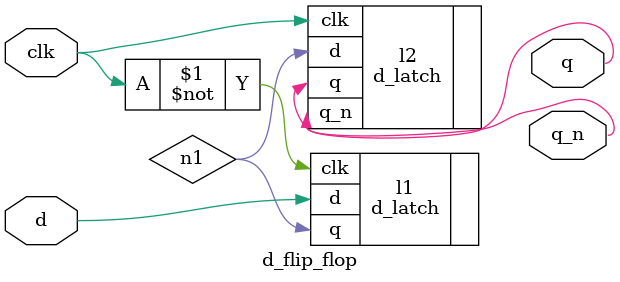
<source format=v>

module d_flip_flop
(
    input   clk,
    input   d,
    output  q,
    output  q_n
);
    wire n1;

    d_latch l1
    (
        .clk ( ~clk ),
        .d   ( d    ),
        .q   ( n1   )
    );

    d_latch l2
    (
        .clk ( clk ),
        .d   ( n1  ),
        .q   ( q   ),
        .q_n ( q_n )
    );

endmodule

</source>
